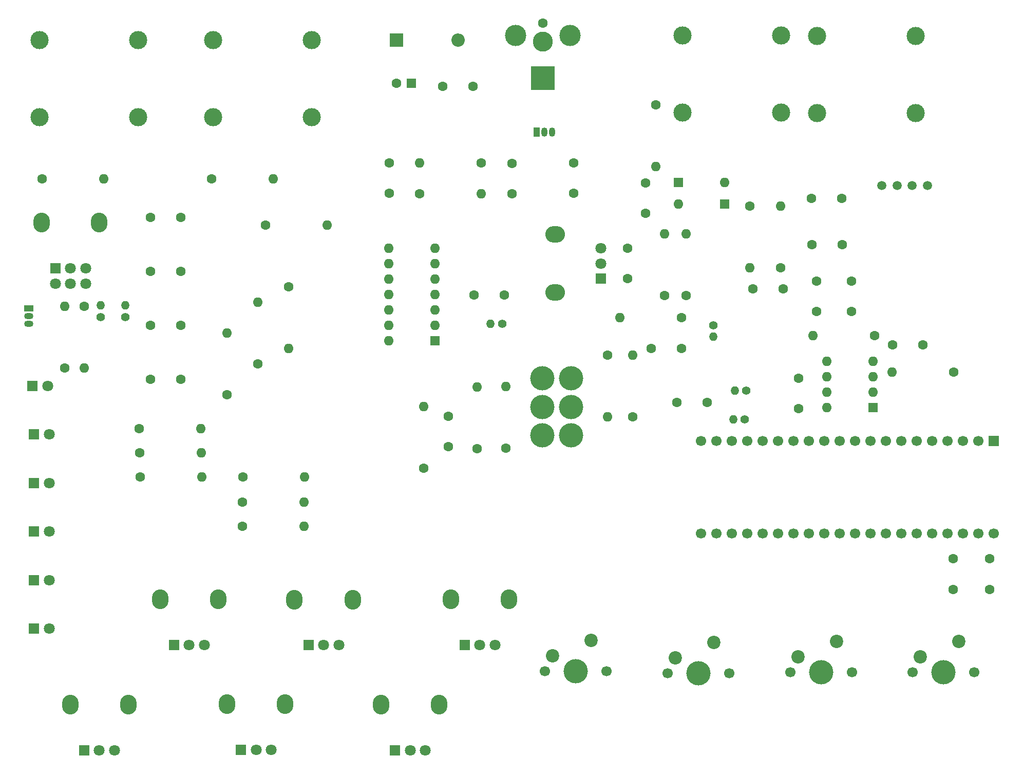
<source format=gts>
G04 #@! TF.GenerationSoftware,KiCad,Pcbnew,8.0.7*
G04 #@! TF.CreationDate,2025-01-13T21:04:32-08:00*
G04 #@! TF.ProjectId,Ouroboros,4f75726f-626f-4726-9f73-2e6b69636164,rev?*
G04 #@! TF.SameCoordinates,Original*
G04 #@! TF.FileFunction,Soldermask,Top*
G04 #@! TF.FilePolarity,Negative*
%FSLAX46Y46*%
G04 Gerber Fmt 4.6, Leading zero omitted, Abs format (unit mm)*
G04 Created by KiCad (PCBNEW 8.0.7) date 2025-01-13 21:04:32*
%MOMM*%
%LPD*%
G01*
G04 APERTURE LIST*
%ADD10C,1.700000*%
%ADD11C,4.000000*%
%ADD12C,2.200000*%
%ADD13C,1.400000*%
%ADD14O,1.400000X1.400000*%
%ADD15R,1.600000X1.600000*%
%ADD16O,1.600000X1.600000*%
%ADD17C,1.600000*%
%ADD18R,1.500000X1.050000*%
%ADD19O,1.500000X1.050000*%
%ADD20C,3.000000*%
%ADD21O,3.240000X2.720000*%
%ADD22R,1.800000X1.800000*%
%ADD23C,1.800000*%
%ADD24C,1.500000*%
%ADD25O,2.720000X3.240000*%
%ADD26R,1.050000X1.500000*%
%ADD27O,1.050000X1.500000*%
%ADD28R,2.200000X2.200000*%
%ADD29O,2.200000X2.200000*%
%ADD30R,4.000000X4.000000*%
%ADD31C,3.300000*%
%ADD32C,3.500000*%
%ADD33R,1.700000X1.700000*%
G04 APERTURE END LIST*
D10*
X373740000Y-231030000D03*
D11*
X378820000Y-231030000D03*
D10*
X383900000Y-231030000D03*
D12*
X381360000Y-225950000D03*
X375010000Y-228490000D03*
D13*
X304500000Y-172655000D03*
D14*
X304500000Y-170755000D03*
D13*
X300500000Y-172655000D03*
D14*
X300500000Y-170755000D03*
D13*
X401500000Y-174000000D03*
D14*
X401500000Y-175900000D03*
D13*
X366650000Y-173750000D03*
D14*
X364750000Y-173750000D03*
D13*
X406650000Y-189500000D03*
D14*
X404750000Y-189500000D03*
X405005000Y-184750000D03*
D13*
X406905000Y-184750000D03*
D15*
X427800000Y-187550000D03*
D16*
X427800000Y-185010000D03*
X427800000Y-182470000D03*
X427800000Y-179930000D03*
X420180000Y-179930000D03*
X420180000Y-182470000D03*
X420180000Y-185010000D03*
X420180000Y-187550000D03*
D17*
X353750000Y-197580000D03*
D16*
X353750000Y-187420000D03*
D17*
X397000000Y-169080000D03*
D16*
X397000000Y-158920000D03*
D17*
X393450000Y-169080000D03*
D16*
X393450000Y-158920000D03*
D17*
X297750000Y-170920000D03*
D16*
X297750000Y-181080000D03*
D17*
X294500000Y-181080000D03*
D16*
X294500000Y-170920000D03*
D17*
X441080000Y-181750000D03*
D16*
X430920000Y-181750000D03*
X417920000Y-175750000D03*
D17*
X428080000Y-175750000D03*
D18*
X288640000Y-171230000D03*
D19*
X288640000Y-172500000D03*
X288640000Y-173770000D03*
D20*
X396385000Y-126275000D03*
X412615000Y-126275000D03*
X396385000Y-138975000D03*
X412615000Y-138975000D03*
D17*
X415500000Y-187750000D03*
X415500000Y-182750000D03*
X431000000Y-177250000D03*
X436000000Y-177250000D03*
X418500000Y-171750000D03*
X418500000Y-166750000D03*
X424250000Y-171750000D03*
X424250000Y-166750000D03*
X367275000Y-194295000D03*
D16*
X367275000Y-184135000D03*
D21*
X375415000Y-168630000D03*
X375415000Y-159030000D03*
D22*
X382915000Y-166330000D03*
D23*
X382915000Y-163830000D03*
X382915000Y-161330000D03*
D17*
X441000000Y-212500000D03*
X441000000Y-217500000D03*
D24*
X431750000Y-151000000D03*
D17*
X396240000Y-172720000D03*
D16*
X386080000Y-172720000D03*
D17*
X422660000Y-153150000D03*
X417660000Y-153150000D03*
X327660000Y-157480000D03*
D16*
X337820000Y-157480000D03*
D25*
X346690000Y-236500000D03*
X356290000Y-236500000D03*
D22*
X348990000Y-244000000D03*
D23*
X351490000Y-244000000D03*
X353990000Y-244000000D03*
D17*
X308650000Y-182880000D03*
X313650000Y-182880000D03*
X318770000Y-149860000D03*
D16*
X328930000Y-149860000D03*
D17*
X388150000Y-189115000D03*
D16*
X388150000Y-178955000D03*
D26*
X372345000Y-142160000D03*
D27*
X373615000Y-142160000D03*
X374885000Y-142160000D03*
D24*
X429250000Y-151000000D03*
D22*
X289460000Y-192000000D03*
D23*
X292000000Y-192000000D03*
D17*
X387350000Y-161330000D03*
X387350000Y-166330000D03*
X400500000Y-186750000D03*
X395500000Y-186750000D03*
D25*
X332420000Y-219225000D03*
X342020000Y-219225000D03*
D22*
X334720000Y-226725000D03*
D23*
X337220000Y-226725000D03*
X339720000Y-226725000D03*
D17*
X323840000Y-203150000D03*
D16*
X334000000Y-203150000D03*
D17*
X331470000Y-167640000D03*
D16*
X331470000Y-177800000D03*
D17*
X306920000Y-195000000D03*
D16*
X317080000Y-195000000D03*
D25*
X295450000Y-236500000D03*
X305050000Y-236500000D03*
D22*
X297750000Y-244000000D03*
D23*
X300250000Y-244000000D03*
X302750000Y-244000000D03*
D24*
X434250000Y-151000000D03*
D10*
X393940000Y-231310000D03*
D11*
X399020000Y-231310000D03*
D10*
X404100000Y-231310000D03*
D12*
X401560000Y-226230000D03*
X395210000Y-228770000D03*
D24*
X436750000Y-151000000D03*
D25*
X290725000Y-157125000D03*
X300225000Y-157125000D03*
D22*
X292975000Y-164625000D03*
D23*
X295475000Y-164625000D03*
X297975000Y-164625000D03*
X292975000Y-167125000D03*
X295475000Y-167125000D03*
X297975000Y-167125000D03*
D15*
X351705000Y-134175000D03*
D17*
X349205000Y-134175000D03*
X323920000Y-199000000D03*
D16*
X334080000Y-199000000D03*
D17*
X348090000Y-147240000D03*
X348090000Y-152240000D03*
D28*
X349205000Y-127000000D03*
D29*
X359365000Y-127000000D03*
D17*
X363220000Y-147240000D03*
D16*
X353060000Y-147240000D03*
D17*
X373380000Y-124275000D03*
D30*
X373380000Y-133275000D03*
D31*
X373380000Y-127275000D03*
D32*
X377880000Y-126275000D03*
X368880000Y-126275000D03*
D17*
X412580000Y-164580000D03*
D16*
X412580000Y-154420000D03*
D17*
X357825000Y-188985000D03*
X357825000Y-193985000D03*
D25*
X310250000Y-219150000D03*
X319850000Y-219150000D03*
D22*
X312550000Y-226650000D03*
D23*
X315050000Y-226650000D03*
X317550000Y-226650000D03*
D17*
X362500000Y-194330000D03*
D16*
X362500000Y-184170000D03*
D17*
X422700000Y-160770000D03*
X417700000Y-160770000D03*
D22*
X289460000Y-200000000D03*
D23*
X292000000Y-200000000D03*
D17*
X321310000Y-185420000D03*
D16*
X321310000Y-175260000D03*
D15*
X355600000Y-176530000D03*
D16*
X355600000Y-173990000D03*
X355600000Y-171450000D03*
X355600000Y-168910000D03*
X355600000Y-166370000D03*
X355600000Y-163830000D03*
X355600000Y-161290000D03*
X347980000Y-161290000D03*
X347980000Y-163830000D03*
X347980000Y-166370000D03*
X347980000Y-168910000D03*
X347980000Y-171450000D03*
X347980000Y-173990000D03*
X347980000Y-176530000D03*
D11*
X378050000Y-192150000D03*
X378050000Y-187450000D03*
X378050000Y-182750000D03*
X373250000Y-192150000D03*
X373250000Y-187450000D03*
X373250000Y-182750000D03*
D17*
X306840000Y-191000000D03*
D16*
X317000000Y-191000000D03*
D20*
X319050000Y-127000000D03*
X335280000Y-127000000D03*
X319050000Y-139700000D03*
X335280000Y-139700000D03*
D17*
X413000000Y-168000000D03*
X408000000Y-168000000D03*
D33*
X447685000Y-193040000D03*
D10*
X445145000Y-193040000D03*
X442605000Y-193040000D03*
X440065000Y-193040000D03*
X437525000Y-193040000D03*
X434985000Y-193040000D03*
X432445000Y-193040000D03*
X429905000Y-193040000D03*
X427365000Y-193040000D03*
X424825000Y-193040000D03*
X422285000Y-193040000D03*
X419745000Y-193040000D03*
X417205000Y-193040000D03*
X414665000Y-193040000D03*
X412125000Y-193040000D03*
X409585000Y-193040000D03*
X407045000Y-193040000D03*
X404505000Y-193040000D03*
X401965000Y-193040000D03*
X399425000Y-193040000D03*
X399425000Y-208280000D03*
X401965000Y-208280000D03*
X404505000Y-208280000D03*
X407045000Y-208280000D03*
X409585000Y-208280000D03*
X412125000Y-208280000D03*
X414665000Y-208280000D03*
X417205000Y-208280000D03*
X419745000Y-208280000D03*
X422285000Y-208280000D03*
X424825000Y-208280000D03*
X427365000Y-208280000D03*
X429905000Y-208280000D03*
X432445000Y-208280000D03*
X434985000Y-208280000D03*
X437525000Y-208280000D03*
X440065000Y-208280000D03*
X442605000Y-208280000D03*
X445145000Y-208280000D03*
X447685000Y-208280000D03*
D17*
X361990000Y-169000000D03*
X366990000Y-169000000D03*
X396200000Y-177800000D03*
X391200000Y-177800000D03*
D10*
X434340000Y-231140000D03*
D11*
X439420000Y-231140000D03*
D10*
X444500000Y-231140000D03*
D12*
X441960000Y-226060000D03*
X435610000Y-228600000D03*
D25*
X358180000Y-219175000D03*
X367780000Y-219175000D03*
D22*
X360480000Y-226675000D03*
D23*
X362980000Y-226675000D03*
X365480000Y-226675000D03*
D15*
X395690000Y-150500000D03*
D16*
X403310000Y-150500000D03*
D20*
X418605000Y-126315000D03*
X434835000Y-126315000D03*
X418605000Y-139015000D03*
X434835000Y-139015000D03*
D25*
X321300000Y-236425000D03*
X330900000Y-236425000D03*
D22*
X323600000Y-243925000D03*
D23*
X326100000Y-243925000D03*
X328600000Y-243925000D03*
D17*
X392000000Y-137670000D03*
D16*
X392000000Y-147830000D03*
D20*
X290385000Y-127000000D03*
X306615000Y-127000000D03*
X290385000Y-139700000D03*
X306615000Y-139700000D03*
D17*
X313650000Y-165100000D03*
X308650000Y-165100000D03*
X356825000Y-134620000D03*
X361825000Y-134620000D03*
X407500000Y-154420000D03*
D16*
X407500000Y-164580000D03*
D15*
X403310000Y-154000000D03*
D16*
X395690000Y-154000000D03*
D17*
X307000000Y-199000000D03*
D16*
X317160000Y-199000000D03*
D17*
X353060000Y-152320000D03*
D16*
X363220000Y-152320000D03*
D17*
X378460000Y-147240000D03*
X378460000Y-152240000D03*
D10*
X414140000Y-231140000D03*
D11*
X419220000Y-231140000D03*
D10*
X424300000Y-231140000D03*
D12*
X421760000Y-226060000D03*
X415410000Y-228600000D03*
D17*
X323840000Y-207150000D03*
D16*
X334000000Y-207150000D03*
D22*
X289225000Y-184000000D03*
D23*
X291765000Y-184000000D03*
D17*
X447000000Y-212500000D03*
X447000000Y-217500000D03*
X313650000Y-156210000D03*
X308650000Y-156210000D03*
X326390000Y-180340000D03*
D16*
X326390000Y-170180000D03*
D22*
X289460000Y-208000000D03*
D23*
X292000000Y-208000000D03*
D22*
X289460000Y-224000000D03*
D23*
X292000000Y-224000000D03*
D17*
X290830000Y-149860000D03*
D16*
X300990000Y-149860000D03*
D17*
X368300000Y-147320000D03*
X368300000Y-152320000D03*
X390340000Y-155540000D03*
X390340000Y-150540000D03*
X308650000Y-173990000D03*
X313650000Y-173990000D03*
D22*
X289460000Y-216000000D03*
D23*
X292000000Y-216000000D03*
D17*
X384000000Y-178920000D03*
D16*
X384000000Y-189080000D03*
M02*

</source>
